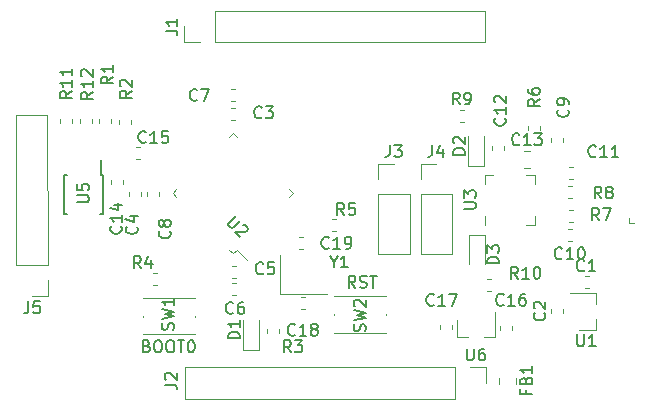
<source format=gbr>
%TF.GenerationSoftware,KiCad,Pcbnew,(5.1.6)-1*%
%TF.CreationDate,2021-01-10T13:33:15-07:00*%
%TF.ProjectId,AltoidsSmall,416c746f-6964-4735-936d-616c6c2e6b69,rev?*%
%TF.SameCoordinates,Original*%
%TF.FileFunction,Legend,Top*%
%TF.FilePolarity,Positive*%
%FSLAX46Y46*%
G04 Gerber Fmt 4.6, Leading zero omitted, Abs format (unit mm)*
G04 Created by KiCad (PCBNEW (5.1.6)-1) date 2021-01-10 13:33:15*
%MOMM*%
%LPD*%
G01*
G04 APERTURE LIST*
%ADD10C,0.150000*%
%ADD11C,0.120000*%
G04 APERTURE END LIST*
D10*
X148740880Y-124658380D02*
X148407547Y-124182190D01*
X148169452Y-124658380D02*
X148169452Y-123658380D01*
X148550404Y-123658380D01*
X148645642Y-123706000D01*
X148693261Y-123753619D01*
X148740880Y-123848857D01*
X148740880Y-123991714D01*
X148693261Y-124086952D01*
X148645642Y-124134571D01*
X148550404Y-124182190D01*
X148169452Y-124182190D01*
X149121833Y-124610761D02*
X149264690Y-124658380D01*
X149502785Y-124658380D01*
X149598023Y-124610761D01*
X149645642Y-124563142D01*
X149693261Y-124467904D01*
X149693261Y-124372666D01*
X149645642Y-124277428D01*
X149598023Y-124229809D01*
X149502785Y-124182190D01*
X149312309Y-124134571D01*
X149217071Y-124086952D01*
X149169452Y-124039333D01*
X149121833Y-123944095D01*
X149121833Y-123848857D01*
X149169452Y-123753619D01*
X149217071Y-123706000D01*
X149312309Y-123658380D01*
X149550404Y-123658380D01*
X149693261Y-123706000D01*
X149978976Y-123658380D02*
X150550404Y-123658380D01*
X150264690Y-124658380D02*
X150264690Y-123658380D01*
X131072166Y-129595571D02*
X131215023Y-129643190D01*
X131262642Y-129690809D01*
X131310261Y-129786047D01*
X131310261Y-129928904D01*
X131262642Y-130024142D01*
X131215023Y-130071761D01*
X131119785Y-130119380D01*
X130738833Y-130119380D01*
X130738833Y-129119380D01*
X131072166Y-129119380D01*
X131167404Y-129167000D01*
X131215023Y-129214619D01*
X131262642Y-129309857D01*
X131262642Y-129405095D01*
X131215023Y-129500333D01*
X131167404Y-129547952D01*
X131072166Y-129595571D01*
X130738833Y-129595571D01*
X131929309Y-129119380D02*
X132119785Y-129119380D01*
X132215023Y-129167000D01*
X132310261Y-129262238D01*
X132357880Y-129452714D01*
X132357880Y-129786047D01*
X132310261Y-129976523D01*
X132215023Y-130071761D01*
X132119785Y-130119380D01*
X131929309Y-130119380D01*
X131834071Y-130071761D01*
X131738833Y-129976523D01*
X131691214Y-129786047D01*
X131691214Y-129452714D01*
X131738833Y-129262238D01*
X131834071Y-129167000D01*
X131929309Y-129119380D01*
X132976928Y-129119380D02*
X133167404Y-129119380D01*
X133262642Y-129167000D01*
X133357880Y-129262238D01*
X133405500Y-129452714D01*
X133405500Y-129786047D01*
X133357880Y-129976523D01*
X133262642Y-130071761D01*
X133167404Y-130119380D01*
X132976928Y-130119380D01*
X132881690Y-130071761D01*
X132786452Y-129976523D01*
X132738833Y-129786047D01*
X132738833Y-129452714D01*
X132786452Y-129262238D01*
X132881690Y-129167000D01*
X132976928Y-129119380D01*
X133691214Y-129119380D02*
X134262642Y-129119380D01*
X133976928Y-130119380D02*
X133976928Y-129119380D01*
X134786452Y-129119380D02*
X134881690Y-129119380D01*
X134976928Y-129167000D01*
X135024547Y-129214619D01*
X135072166Y-129309857D01*
X135119785Y-129500333D01*
X135119785Y-129738428D01*
X135072166Y-129928904D01*
X135024547Y-130024142D01*
X134976928Y-130071761D01*
X134881690Y-130119380D01*
X134786452Y-130119380D01*
X134691214Y-130071761D01*
X134643595Y-130024142D01*
X134595976Y-129928904D01*
X134548357Y-129738428D01*
X134548357Y-129500333D01*
X134595976Y-129309857D01*
X134643595Y-129214619D01*
X134691214Y-129167000D01*
X134786452Y-129119380D01*
D11*
%TO.C,D3*%
X159752500Y-122656500D02*
X159752500Y-120171500D01*
X159752500Y-120171500D02*
X158382500Y-120171500D01*
X158382500Y-120171500D02*
X158382500Y-122656500D01*
%TO.C,D2*%
X158255500Y-111849000D02*
X158255500Y-114334000D01*
X158255500Y-114334000D02*
X159625500Y-114334000D01*
X159625500Y-114334000D02*
X159625500Y-111849000D01*
%TO.C,D1*%
X139205500Y-127406500D02*
X139205500Y-129891500D01*
X139205500Y-129891500D02*
X140575500Y-129891500D01*
X140575500Y-129891500D02*
X140575500Y-127406500D01*
%TO.C,C19*%
X144316267Y-121350500D02*
X143973733Y-121350500D01*
X144316267Y-120330500D02*
X143973733Y-120330500D01*
%TO.C,Y1*%
X142335500Y-121857500D02*
X142335500Y-125157500D01*
X142335500Y-125157500D02*
X146335500Y-125157500D01*
%TO.C,U6*%
X157360500Y-128839500D02*
X158290500Y-128839500D01*
X160520500Y-128839500D02*
X159590500Y-128839500D01*
X160520500Y-128839500D02*
X160520500Y-126679500D01*
X157360500Y-128839500D02*
X157360500Y-127379500D01*
%TO.C,FB1*%
X162317500Y-132265922D02*
X162317500Y-132783078D01*
X160897500Y-132265922D02*
X160897500Y-132783078D01*
%TO.C,C18*%
X144100733Y-125410500D02*
X144443267Y-125410500D01*
X144100733Y-126430500D02*
X144443267Y-126430500D01*
%TO.C,C17*%
X156910500Y-127844733D02*
X156910500Y-128187267D01*
X155890500Y-127844733D02*
X155890500Y-128187267D01*
%TO.C,C16*%
X160970500Y-128250767D02*
X160970500Y-127908233D01*
X161990500Y-128250767D02*
X161990500Y-127908233D01*
%TO.C,C13*%
X162999922Y-113082000D02*
X163517078Y-113082000D01*
X162999922Y-114502000D02*
X163517078Y-114502000D01*
%TO.C,SW2*%
X151361500Y-126886500D02*
X151361500Y-126986500D01*
X146961500Y-128486500D02*
X151361500Y-128486500D01*
X151361500Y-125386500D02*
X146961500Y-125386500D01*
X146961500Y-126886500D02*
X146961500Y-126986500D01*
%TO.C,SW1*%
X135169000Y-127013500D02*
X135169000Y-127113500D01*
X130769000Y-128613500D02*
X135169000Y-128613500D01*
X135169000Y-125513500D02*
X130769000Y-125513500D01*
X130769000Y-127013500D02*
X130769000Y-127113500D01*
%TO.C,C12*%
X161292000Y-113010767D02*
X161292000Y-112668233D01*
X160272000Y-113010767D02*
X160272000Y-112668233D01*
%TO.C,U4*%
X171889600Y-119220000D02*
X172339600Y-119220000D01*
X171889600Y-119220000D02*
X171889600Y-118770000D01*
D10*
%TO.C,U5*%
X127180000Y-115101500D02*
X127180000Y-113876500D01*
X124055000Y-115101500D02*
X124055000Y-118451500D01*
X127405000Y-115101500D02*
X127405000Y-118451500D01*
X124055000Y-115101500D02*
X124355000Y-115101500D01*
X124055000Y-118451500D02*
X124355000Y-118451500D01*
X127405000Y-118451500D02*
X127105000Y-118451500D01*
X127405000Y-115101500D02*
X127180000Y-115101500D01*
D11*
%TO.C,U3*%
X159688000Y-118606000D02*
X159688000Y-119331000D01*
X163908000Y-115111000D02*
X163183000Y-115111000D01*
X163908000Y-115836000D02*
X163908000Y-115111000D01*
X163908000Y-119331000D02*
X163183000Y-119331000D01*
X163908000Y-118606000D02*
X163908000Y-119331000D01*
X159688000Y-115111000D02*
X160413000Y-115111000D01*
X159688000Y-115836000D02*
X159688000Y-115111000D01*
%TO.C,R12*%
X126430500Y-110724767D02*
X126430500Y-110382233D01*
X125410500Y-110724767D02*
X125410500Y-110382233D01*
%TO.C,R11*%
X123696000Y-110382233D02*
X123696000Y-110724767D01*
X124716000Y-110382233D02*
X124716000Y-110724767D01*
%TO.C,R10*%
X160191267Y-123886500D02*
X159848733Y-123886500D01*
X160191267Y-124906500D02*
X159848733Y-124906500D01*
%TO.C,R9*%
X157562733Y-110619000D02*
X157905267Y-110619000D01*
X157562733Y-109599000D02*
X157905267Y-109599000D01*
%TO.C,R8*%
X166770233Y-117096000D02*
X167112767Y-117096000D01*
X166770233Y-116076000D02*
X167112767Y-116076000D01*
%TO.C,R7*%
X166833733Y-119064500D02*
X167176267Y-119064500D01*
X166833733Y-118044500D02*
X167176267Y-118044500D01*
%TO.C,R6*%
X164340000Y-111296267D02*
X164340000Y-110953733D01*
X163320000Y-111296267D02*
X163320000Y-110953733D01*
%TO.C,J5*%
X120022000Y-122742000D02*
X120027700Y-110045500D01*
X122682000Y-125342000D02*
X121352000Y-125342000D01*
X122682000Y-122742000D02*
X122669300Y-110045500D01*
X122682000Y-124012000D02*
X122682000Y-125342000D01*
X122682000Y-122742000D02*
X120022000Y-122742000D01*
X122669300Y-110045500D02*
X120027700Y-110045500D01*
%TO.C,C15*%
X130194233Y-113794000D02*
X130536767Y-113794000D01*
X130194233Y-112774000D02*
X130536767Y-112774000D01*
%TO.C,C14*%
X128014000Y-115525733D02*
X128014000Y-115868267D01*
X129034000Y-115525733D02*
X129034000Y-115868267D01*
%TO.C,C11*%
X167176267Y-114425000D02*
X166833733Y-114425000D01*
X167176267Y-115445000D02*
X166833733Y-115445000D01*
%TO.C,C10*%
X167112767Y-119695500D02*
X166770233Y-119695500D01*
X167112767Y-120715500D02*
X166770233Y-120715500D01*
%TO.C,C9*%
X166308500Y-112312267D02*
X166308500Y-111969733D01*
X165288500Y-112312267D02*
X165288500Y-111969733D01*
%TO.C,J4*%
X156926900Y-116760001D02*
X156926900Y-121836501D01*
X154266900Y-114160001D02*
X155596900Y-114160001D01*
X154266900Y-116760001D02*
X154266900Y-121836501D01*
X154266900Y-115490001D02*
X154266900Y-114160001D01*
X154266900Y-116760001D02*
X156926900Y-116760001D01*
X154266900Y-121836501D02*
X156926900Y-121836501D01*
%TO.C,J3*%
X153347001Y-116760001D02*
X153347001Y-121836501D01*
X150687001Y-114160001D02*
X152017001Y-114160001D01*
X150687001Y-116760001D02*
X150687001Y-121836501D01*
X150687001Y-115490001D02*
X150687001Y-114160001D01*
X150687001Y-116760001D02*
X153347001Y-116760001D01*
X150687001Y-121836501D02*
X153347001Y-121836501D01*
%TO.C,C8*%
X132145500Y-116527733D02*
X132145500Y-116870267D01*
X131125500Y-116527733D02*
X131125500Y-116870267D01*
%TO.C,C6*%
X138664767Y-125287500D02*
X138322233Y-125287500D01*
X138664767Y-124267500D02*
X138322233Y-124267500D01*
%TO.C,J2*%
X157159000Y-134041500D02*
X134302500Y-134041500D01*
X159759000Y-131381500D02*
X159759000Y-132711500D01*
X157159000Y-131381500D02*
X134302500Y-131381500D01*
X158429000Y-131381500D02*
X159759000Y-131381500D01*
X157159000Y-131381500D02*
X157159000Y-134041500D01*
X134302500Y-131381500D02*
X134302500Y-134041500D01*
%TO.C,J1*%
X136842500Y-101200600D02*
X159699000Y-101200600D01*
X134242500Y-103860600D02*
X134242500Y-102530600D01*
X136842500Y-103860600D02*
X159699000Y-103860600D01*
X135572500Y-103860600D02*
X134242500Y-103860600D01*
X136842500Y-103860600D02*
X136842500Y-101200600D01*
X159699000Y-103860600D02*
X159699000Y-101200600D01*
%TO.C,U2*%
X138684698Y-121436613D02*
X139596866Y-122348781D01*
X138366500Y-121754811D02*
X138684698Y-121436613D01*
X138048302Y-121436613D02*
X138366500Y-121754811D01*
X133261189Y-116649500D02*
X133579387Y-116331302D01*
X133579387Y-116967698D02*
X133261189Y-116649500D01*
X143471811Y-116649500D02*
X143153613Y-116967698D01*
X143153613Y-116331302D02*
X143471811Y-116649500D01*
X138366500Y-111544189D02*
X138048302Y-111862387D01*
X138684698Y-111862387D02*
X138366500Y-111544189D01*
%TO.C,U1*%
X169098500Y-128262500D02*
X167638500Y-128262500D01*
X169098500Y-125102500D02*
X166938500Y-125102500D01*
X169098500Y-125102500D02*
X169098500Y-126032500D01*
X169098500Y-128262500D02*
X169098500Y-127332500D01*
%TO.C,R5*%
X147110267Y-118870000D02*
X146767733Y-118870000D01*
X147110267Y-119890000D02*
X146767733Y-119890000D01*
%TO.C,R4*%
X131933767Y-123442000D02*
X131591233Y-123442000D01*
X131933767Y-124462000D02*
X131591233Y-124462000D01*
%TO.C,R3*%
X142242000Y-128504767D02*
X142242000Y-128162233D01*
X141222000Y-128504767D02*
X141222000Y-128162233D01*
%TO.C,R2*%
X128712500Y-110445733D02*
X128712500Y-110788267D01*
X129732500Y-110445733D02*
X129732500Y-110788267D01*
%TO.C,R1*%
X127061500Y-110382233D02*
X127061500Y-110724767D01*
X128081500Y-110382233D02*
X128081500Y-110724767D01*
%TO.C,C7*%
X138537767Y-107821000D02*
X138195233Y-107821000D01*
X138537767Y-108841000D02*
X138195233Y-108841000D01*
%TO.C,C5*%
X138664767Y-122807000D02*
X138322233Y-122807000D01*
X138664767Y-123827000D02*
X138322233Y-123827000D01*
%TO.C,C4*%
X129601500Y-116527733D02*
X129601500Y-116870267D01*
X130621500Y-116527733D02*
X130621500Y-116870267D01*
%TO.C,C3*%
X138537767Y-109472000D02*
X138195233Y-109472000D01*
X138537767Y-110492000D02*
X138195233Y-110492000D01*
%TO.C,C2*%
X166308500Y-126790267D02*
X166308500Y-126447733D01*
X165288500Y-126790267D02*
X165288500Y-126447733D01*
%TO.C,C1*%
X168509767Y-123632500D02*
X168167233Y-123632500D01*
X168509767Y-124652500D02*
X168167233Y-124652500D01*
%TO.C,D3*%
D10*
X160899880Y-122594595D02*
X159899880Y-122594595D01*
X159899880Y-122356500D01*
X159947500Y-122213642D01*
X160042738Y-122118404D01*
X160137976Y-122070785D01*
X160328452Y-122023166D01*
X160471309Y-122023166D01*
X160661785Y-122070785D01*
X160757023Y-122118404D01*
X160852261Y-122213642D01*
X160899880Y-122356500D01*
X160899880Y-122594595D01*
X159899880Y-121689833D02*
X159899880Y-121070785D01*
X160280833Y-121404119D01*
X160280833Y-121261261D01*
X160328452Y-121166023D01*
X160376071Y-121118404D01*
X160471309Y-121070785D01*
X160709404Y-121070785D01*
X160804642Y-121118404D01*
X160852261Y-121166023D01*
X160899880Y-121261261D01*
X160899880Y-121546976D01*
X160852261Y-121642214D01*
X160804642Y-121689833D01*
%TO.C,D2*%
X158012880Y-113387095D02*
X157012880Y-113387095D01*
X157012880Y-113149000D01*
X157060500Y-113006142D01*
X157155738Y-112910904D01*
X157250976Y-112863285D01*
X157441452Y-112815666D01*
X157584309Y-112815666D01*
X157774785Y-112863285D01*
X157870023Y-112910904D01*
X157965261Y-113006142D01*
X158012880Y-113149000D01*
X158012880Y-113387095D01*
X157108119Y-112434714D02*
X157060500Y-112387095D01*
X157012880Y-112291857D01*
X157012880Y-112053761D01*
X157060500Y-111958523D01*
X157108119Y-111910904D01*
X157203357Y-111863285D01*
X157298595Y-111863285D01*
X157441452Y-111910904D01*
X158012880Y-112482333D01*
X158012880Y-111863285D01*
%TO.C,D1*%
X138962880Y-128944595D02*
X137962880Y-128944595D01*
X137962880Y-128706500D01*
X138010500Y-128563642D01*
X138105738Y-128468404D01*
X138200976Y-128420785D01*
X138391452Y-128373166D01*
X138534309Y-128373166D01*
X138724785Y-128420785D01*
X138820023Y-128468404D01*
X138915261Y-128563642D01*
X138962880Y-128706500D01*
X138962880Y-128944595D01*
X138962880Y-127420785D02*
X138962880Y-127992214D01*
X138962880Y-127706500D02*
X137962880Y-127706500D01*
X138105738Y-127801738D01*
X138200976Y-127896976D01*
X138248595Y-127992214D01*
%TO.C,C19*%
X146486642Y-121261142D02*
X146439023Y-121308761D01*
X146296166Y-121356380D01*
X146200928Y-121356380D01*
X146058071Y-121308761D01*
X145962833Y-121213523D01*
X145915214Y-121118285D01*
X145867595Y-120927809D01*
X145867595Y-120784952D01*
X145915214Y-120594476D01*
X145962833Y-120499238D01*
X146058071Y-120404000D01*
X146200928Y-120356380D01*
X146296166Y-120356380D01*
X146439023Y-120404000D01*
X146486642Y-120451619D01*
X147439023Y-121356380D02*
X146867595Y-121356380D01*
X147153309Y-121356380D02*
X147153309Y-120356380D01*
X147058071Y-120499238D01*
X146962833Y-120594476D01*
X146867595Y-120642095D01*
X147915214Y-121356380D02*
X148105690Y-121356380D01*
X148200928Y-121308761D01*
X148248547Y-121261142D01*
X148343785Y-121118285D01*
X148391404Y-120927809D01*
X148391404Y-120546857D01*
X148343785Y-120451619D01*
X148296166Y-120404000D01*
X148200928Y-120356380D01*
X148010452Y-120356380D01*
X147915214Y-120404000D01*
X147867595Y-120451619D01*
X147819976Y-120546857D01*
X147819976Y-120784952D01*
X147867595Y-120880190D01*
X147915214Y-120927809D01*
X148010452Y-120975428D01*
X148200928Y-120975428D01*
X148296166Y-120927809D01*
X148343785Y-120880190D01*
X148391404Y-120784952D01*
%TO.C,Y1*%
X146907309Y-122467690D02*
X146907309Y-122943880D01*
X146573976Y-121943880D02*
X146907309Y-122467690D01*
X147240642Y-121943880D01*
X148097785Y-122943880D02*
X147526357Y-122943880D01*
X147812071Y-122943880D02*
X147812071Y-121943880D01*
X147716833Y-122086738D01*
X147621595Y-122181976D01*
X147526357Y-122229595D01*
%TO.C,U6*%
X158178595Y-129817880D02*
X158178595Y-130627404D01*
X158226214Y-130722642D01*
X158273833Y-130770261D01*
X158369071Y-130817880D01*
X158559547Y-130817880D01*
X158654785Y-130770261D01*
X158702404Y-130722642D01*
X158750023Y-130627404D01*
X158750023Y-129817880D01*
X159654785Y-129817880D02*
X159464309Y-129817880D01*
X159369071Y-129865500D01*
X159321452Y-129913119D01*
X159226214Y-130055976D01*
X159178595Y-130246452D01*
X159178595Y-130627404D01*
X159226214Y-130722642D01*
X159273833Y-130770261D01*
X159369071Y-130817880D01*
X159559547Y-130817880D01*
X159654785Y-130770261D01*
X159702404Y-130722642D01*
X159750023Y-130627404D01*
X159750023Y-130389309D01*
X159702404Y-130294071D01*
X159654785Y-130246452D01*
X159559547Y-130198833D01*
X159369071Y-130198833D01*
X159273833Y-130246452D01*
X159226214Y-130294071D01*
X159178595Y-130389309D01*
%TO.C,FB1*%
X163186071Y-133357833D02*
X163186071Y-133691166D01*
X163709880Y-133691166D02*
X162709880Y-133691166D01*
X162709880Y-133214976D01*
X163186071Y-132500690D02*
X163233690Y-132357833D01*
X163281309Y-132310214D01*
X163376547Y-132262595D01*
X163519404Y-132262595D01*
X163614642Y-132310214D01*
X163662261Y-132357833D01*
X163709880Y-132453071D01*
X163709880Y-132834023D01*
X162709880Y-132834023D01*
X162709880Y-132500690D01*
X162757500Y-132405452D01*
X162805119Y-132357833D01*
X162900357Y-132310214D01*
X162995595Y-132310214D01*
X163090833Y-132357833D01*
X163138452Y-132405452D01*
X163186071Y-132500690D01*
X163186071Y-132834023D01*
X163709880Y-131310214D02*
X163709880Y-131881642D01*
X163709880Y-131595928D02*
X162709880Y-131595928D01*
X162852738Y-131691166D01*
X162947976Y-131786404D01*
X162995595Y-131881642D01*
%TO.C,C18*%
X143629142Y-128627142D02*
X143581523Y-128674761D01*
X143438666Y-128722380D01*
X143343428Y-128722380D01*
X143200571Y-128674761D01*
X143105333Y-128579523D01*
X143057714Y-128484285D01*
X143010095Y-128293809D01*
X143010095Y-128150952D01*
X143057714Y-127960476D01*
X143105333Y-127865238D01*
X143200571Y-127770000D01*
X143343428Y-127722380D01*
X143438666Y-127722380D01*
X143581523Y-127770000D01*
X143629142Y-127817619D01*
X144581523Y-128722380D02*
X144010095Y-128722380D01*
X144295809Y-128722380D02*
X144295809Y-127722380D01*
X144200571Y-127865238D01*
X144105333Y-127960476D01*
X144010095Y-128008095D01*
X145152952Y-128150952D02*
X145057714Y-128103333D01*
X145010095Y-128055714D01*
X144962476Y-127960476D01*
X144962476Y-127912857D01*
X145010095Y-127817619D01*
X145057714Y-127770000D01*
X145152952Y-127722380D01*
X145343428Y-127722380D01*
X145438666Y-127770000D01*
X145486285Y-127817619D01*
X145533904Y-127912857D01*
X145533904Y-127960476D01*
X145486285Y-128055714D01*
X145438666Y-128103333D01*
X145343428Y-128150952D01*
X145152952Y-128150952D01*
X145057714Y-128198571D01*
X145010095Y-128246190D01*
X144962476Y-128341428D01*
X144962476Y-128531904D01*
X145010095Y-128627142D01*
X145057714Y-128674761D01*
X145152952Y-128722380D01*
X145343428Y-128722380D01*
X145438666Y-128674761D01*
X145486285Y-128627142D01*
X145533904Y-128531904D01*
X145533904Y-128341428D01*
X145486285Y-128246190D01*
X145438666Y-128198571D01*
X145343428Y-128150952D01*
%TO.C,C17*%
X155376642Y-126087142D02*
X155329023Y-126134761D01*
X155186166Y-126182380D01*
X155090928Y-126182380D01*
X154948071Y-126134761D01*
X154852833Y-126039523D01*
X154805214Y-125944285D01*
X154757595Y-125753809D01*
X154757595Y-125610952D01*
X154805214Y-125420476D01*
X154852833Y-125325238D01*
X154948071Y-125230000D01*
X155090928Y-125182380D01*
X155186166Y-125182380D01*
X155329023Y-125230000D01*
X155376642Y-125277619D01*
X156329023Y-126182380D02*
X155757595Y-126182380D01*
X156043309Y-126182380D02*
X156043309Y-125182380D01*
X155948071Y-125325238D01*
X155852833Y-125420476D01*
X155757595Y-125468095D01*
X156662357Y-125182380D02*
X157329023Y-125182380D01*
X156900452Y-126182380D01*
%TO.C,C16*%
X161282142Y-126087142D02*
X161234523Y-126134761D01*
X161091666Y-126182380D01*
X160996428Y-126182380D01*
X160853571Y-126134761D01*
X160758333Y-126039523D01*
X160710714Y-125944285D01*
X160663095Y-125753809D01*
X160663095Y-125610952D01*
X160710714Y-125420476D01*
X160758333Y-125325238D01*
X160853571Y-125230000D01*
X160996428Y-125182380D01*
X161091666Y-125182380D01*
X161234523Y-125230000D01*
X161282142Y-125277619D01*
X162234523Y-126182380D02*
X161663095Y-126182380D01*
X161948809Y-126182380D02*
X161948809Y-125182380D01*
X161853571Y-125325238D01*
X161758333Y-125420476D01*
X161663095Y-125468095D01*
X163091666Y-125182380D02*
X162901190Y-125182380D01*
X162805952Y-125230000D01*
X162758333Y-125277619D01*
X162663095Y-125420476D01*
X162615476Y-125610952D01*
X162615476Y-125991904D01*
X162663095Y-126087142D01*
X162710714Y-126134761D01*
X162805952Y-126182380D01*
X162996428Y-126182380D01*
X163091666Y-126134761D01*
X163139285Y-126087142D01*
X163186904Y-125991904D01*
X163186904Y-125753809D01*
X163139285Y-125658571D01*
X163091666Y-125610952D01*
X162996428Y-125563333D01*
X162805952Y-125563333D01*
X162710714Y-125610952D01*
X162663095Y-125658571D01*
X162615476Y-125753809D01*
%TO.C,C13*%
X162615642Y-112499142D02*
X162568023Y-112546761D01*
X162425166Y-112594380D01*
X162329928Y-112594380D01*
X162187071Y-112546761D01*
X162091833Y-112451523D01*
X162044214Y-112356285D01*
X161996595Y-112165809D01*
X161996595Y-112022952D01*
X162044214Y-111832476D01*
X162091833Y-111737238D01*
X162187071Y-111642000D01*
X162329928Y-111594380D01*
X162425166Y-111594380D01*
X162568023Y-111642000D01*
X162615642Y-111689619D01*
X163568023Y-112594380D02*
X162996595Y-112594380D01*
X163282309Y-112594380D02*
X163282309Y-111594380D01*
X163187071Y-111737238D01*
X163091833Y-111832476D01*
X162996595Y-111880095D01*
X163901357Y-111594380D02*
X164520404Y-111594380D01*
X164187071Y-111975333D01*
X164329928Y-111975333D01*
X164425166Y-112022952D01*
X164472785Y-112070571D01*
X164520404Y-112165809D01*
X164520404Y-112403904D01*
X164472785Y-112499142D01*
X164425166Y-112546761D01*
X164329928Y-112594380D01*
X164044214Y-112594380D01*
X163948976Y-112546761D01*
X163901357Y-112499142D01*
%TO.C,SW2*%
X149566261Y-128333333D02*
X149613880Y-128190476D01*
X149613880Y-127952380D01*
X149566261Y-127857142D01*
X149518642Y-127809523D01*
X149423404Y-127761904D01*
X149328166Y-127761904D01*
X149232928Y-127809523D01*
X149185309Y-127857142D01*
X149137690Y-127952380D01*
X149090071Y-128142857D01*
X149042452Y-128238095D01*
X148994833Y-128285714D01*
X148899595Y-128333333D01*
X148804357Y-128333333D01*
X148709119Y-128285714D01*
X148661500Y-128238095D01*
X148613880Y-128142857D01*
X148613880Y-127904761D01*
X148661500Y-127761904D01*
X148613880Y-127428571D02*
X149613880Y-127190476D01*
X148899595Y-127000000D01*
X149613880Y-126809523D01*
X148613880Y-126571428D01*
X148709119Y-126238095D02*
X148661500Y-126190476D01*
X148613880Y-126095238D01*
X148613880Y-125857142D01*
X148661500Y-125761904D01*
X148709119Y-125714285D01*
X148804357Y-125666666D01*
X148899595Y-125666666D01*
X149042452Y-125714285D01*
X149613880Y-126285714D01*
X149613880Y-125666666D01*
%TO.C,SW1*%
X133310261Y-128206333D02*
X133357880Y-128063476D01*
X133357880Y-127825380D01*
X133310261Y-127730142D01*
X133262642Y-127682523D01*
X133167404Y-127634904D01*
X133072166Y-127634904D01*
X132976928Y-127682523D01*
X132929309Y-127730142D01*
X132881690Y-127825380D01*
X132834071Y-128015857D01*
X132786452Y-128111095D01*
X132738833Y-128158714D01*
X132643595Y-128206333D01*
X132548357Y-128206333D01*
X132453119Y-128158714D01*
X132405500Y-128111095D01*
X132357880Y-128015857D01*
X132357880Y-127777761D01*
X132405500Y-127634904D01*
X132357880Y-127301571D02*
X133357880Y-127063476D01*
X132643595Y-126873000D01*
X133357880Y-126682523D01*
X132357880Y-126444428D01*
X133357880Y-125539666D02*
X133357880Y-126111095D01*
X133357880Y-125825380D02*
X132357880Y-125825380D01*
X132500738Y-125920619D01*
X132595976Y-126015857D01*
X132643595Y-126111095D01*
%TO.C,C12*%
X161393142Y-110307357D02*
X161440761Y-110354976D01*
X161488380Y-110497833D01*
X161488380Y-110593071D01*
X161440761Y-110735928D01*
X161345523Y-110831166D01*
X161250285Y-110878785D01*
X161059809Y-110926404D01*
X160916952Y-110926404D01*
X160726476Y-110878785D01*
X160631238Y-110831166D01*
X160536000Y-110735928D01*
X160488380Y-110593071D01*
X160488380Y-110497833D01*
X160536000Y-110354976D01*
X160583619Y-110307357D01*
X161488380Y-109354976D02*
X161488380Y-109926404D01*
X161488380Y-109640690D02*
X160488380Y-109640690D01*
X160631238Y-109735928D01*
X160726476Y-109831166D01*
X160774095Y-109926404D01*
X160583619Y-108974023D02*
X160536000Y-108926404D01*
X160488380Y-108831166D01*
X160488380Y-108593071D01*
X160536000Y-108497833D01*
X160583619Y-108450214D01*
X160678857Y-108402595D01*
X160774095Y-108402595D01*
X160916952Y-108450214D01*
X161488380Y-109021642D01*
X161488380Y-108402595D01*
%TO.C,U5*%
X125182380Y-117411404D02*
X125991904Y-117411404D01*
X126087142Y-117363785D01*
X126134761Y-117316166D01*
X126182380Y-117220928D01*
X126182380Y-117030452D01*
X126134761Y-116935214D01*
X126087142Y-116887595D01*
X125991904Y-116839976D01*
X125182380Y-116839976D01*
X125182380Y-115887595D02*
X125182380Y-116363785D01*
X125658571Y-116411404D01*
X125610952Y-116363785D01*
X125563333Y-116268547D01*
X125563333Y-116030452D01*
X125610952Y-115935214D01*
X125658571Y-115887595D01*
X125753809Y-115839976D01*
X125991904Y-115839976D01*
X126087142Y-115887595D01*
X126134761Y-115935214D01*
X126182380Y-116030452D01*
X126182380Y-116268547D01*
X126134761Y-116363785D01*
X126087142Y-116411404D01*
%TO.C,U3*%
X157930380Y-117982904D02*
X158739904Y-117982904D01*
X158835142Y-117935285D01*
X158882761Y-117887666D01*
X158930380Y-117792428D01*
X158930380Y-117601952D01*
X158882761Y-117506714D01*
X158835142Y-117459095D01*
X158739904Y-117411476D01*
X157930380Y-117411476D01*
X157930380Y-117030523D02*
X157930380Y-116411476D01*
X158311333Y-116744809D01*
X158311333Y-116601952D01*
X158358952Y-116506714D01*
X158406571Y-116459095D01*
X158501809Y-116411476D01*
X158739904Y-116411476D01*
X158835142Y-116459095D01*
X158882761Y-116506714D01*
X158930380Y-116601952D01*
X158930380Y-116887666D01*
X158882761Y-116982904D01*
X158835142Y-117030523D01*
%TO.C,R12*%
X126499880Y-108084857D02*
X126023690Y-108418190D01*
X126499880Y-108656285D02*
X125499880Y-108656285D01*
X125499880Y-108275333D01*
X125547500Y-108180095D01*
X125595119Y-108132476D01*
X125690357Y-108084857D01*
X125833214Y-108084857D01*
X125928452Y-108132476D01*
X125976071Y-108180095D01*
X126023690Y-108275333D01*
X126023690Y-108656285D01*
X126499880Y-107132476D02*
X126499880Y-107703904D01*
X126499880Y-107418190D02*
X125499880Y-107418190D01*
X125642738Y-107513428D01*
X125737976Y-107608666D01*
X125785595Y-107703904D01*
X125595119Y-106751523D02*
X125547500Y-106703904D01*
X125499880Y-106608666D01*
X125499880Y-106370571D01*
X125547500Y-106275333D01*
X125595119Y-106227714D01*
X125690357Y-106180095D01*
X125785595Y-106180095D01*
X125928452Y-106227714D01*
X126499880Y-106799142D01*
X126499880Y-106180095D01*
%TO.C,R11*%
X124721880Y-108021357D02*
X124245690Y-108354690D01*
X124721880Y-108592785D02*
X123721880Y-108592785D01*
X123721880Y-108211833D01*
X123769500Y-108116595D01*
X123817119Y-108068976D01*
X123912357Y-108021357D01*
X124055214Y-108021357D01*
X124150452Y-108068976D01*
X124198071Y-108116595D01*
X124245690Y-108211833D01*
X124245690Y-108592785D01*
X124721880Y-107068976D02*
X124721880Y-107640404D01*
X124721880Y-107354690D02*
X123721880Y-107354690D01*
X123864738Y-107449928D01*
X123959976Y-107545166D01*
X124007595Y-107640404D01*
X124721880Y-106116595D02*
X124721880Y-106688023D01*
X124721880Y-106402309D02*
X123721880Y-106402309D01*
X123864738Y-106497547D01*
X123959976Y-106592785D01*
X124007595Y-106688023D01*
%TO.C,R10*%
X162488642Y-123896380D02*
X162155309Y-123420190D01*
X161917214Y-123896380D02*
X161917214Y-122896380D01*
X162298166Y-122896380D01*
X162393404Y-122944000D01*
X162441023Y-122991619D01*
X162488642Y-123086857D01*
X162488642Y-123229714D01*
X162441023Y-123324952D01*
X162393404Y-123372571D01*
X162298166Y-123420190D01*
X161917214Y-123420190D01*
X163441023Y-123896380D02*
X162869595Y-123896380D01*
X163155309Y-123896380D02*
X163155309Y-122896380D01*
X163060071Y-123039238D01*
X162964833Y-123134476D01*
X162869595Y-123182095D01*
X164060071Y-122896380D02*
X164155309Y-122896380D01*
X164250547Y-122944000D01*
X164298166Y-122991619D01*
X164345785Y-123086857D01*
X164393404Y-123277333D01*
X164393404Y-123515428D01*
X164345785Y-123705904D01*
X164298166Y-123801142D01*
X164250547Y-123848761D01*
X164155309Y-123896380D01*
X164060071Y-123896380D01*
X163964833Y-123848761D01*
X163917214Y-123801142D01*
X163869595Y-123705904D01*
X163821976Y-123515428D01*
X163821976Y-123277333D01*
X163869595Y-123086857D01*
X163917214Y-122991619D01*
X163964833Y-122944000D01*
X164060071Y-122896380D01*
%TO.C,R9*%
X157567333Y-109131380D02*
X157234000Y-108655190D01*
X156995904Y-109131380D02*
X156995904Y-108131380D01*
X157376857Y-108131380D01*
X157472095Y-108179000D01*
X157519714Y-108226619D01*
X157567333Y-108321857D01*
X157567333Y-108464714D01*
X157519714Y-108559952D01*
X157472095Y-108607571D01*
X157376857Y-108655190D01*
X156995904Y-108655190D01*
X158043523Y-109131380D02*
X158234000Y-109131380D01*
X158329238Y-109083761D01*
X158376857Y-109036142D01*
X158472095Y-108893285D01*
X158519714Y-108702809D01*
X158519714Y-108321857D01*
X158472095Y-108226619D01*
X158424476Y-108179000D01*
X158329238Y-108131380D01*
X158138761Y-108131380D01*
X158043523Y-108179000D01*
X157995904Y-108226619D01*
X157948285Y-108321857D01*
X157948285Y-108559952D01*
X157995904Y-108655190D01*
X158043523Y-108702809D01*
X158138761Y-108750428D01*
X158329238Y-108750428D01*
X158424476Y-108702809D01*
X158472095Y-108655190D01*
X158519714Y-108559952D01*
%TO.C,R8*%
X169568833Y-117101880D02*
X169235500Y-116625690D01*
X168997404Y-117101880D02*
X168997404Y-116101880D01*
X169378357Y-116101880D01*
X169473595Y-116149500D01*
X169521214Y-116197119D01*
X169568833Y-116292357D01*
X169568833Y-116435214D01*
X169521214Y-116530452D01*
X169473595Y-116578071D01*
X169378357Y-116625690D01*
X168997404Y-116625690D01*
X170140261Y-116530452D02*
X170045023Y-116482833D01*
X169997404Y-116435214D01*
X169949785Y-116339976D01*
X169949785Y-116292357D01*
X169997404Y-116197119D01*
X170045023Y-116149500D01*
X170140261Y-116101880D01*
X170330738Y-116101880D01*
X170425976Y-116149500D01*
X170473595Y-116197119D01*
X170521214Y-116292357D01*
X170521214Y-116339976D01*
X170473595Y-116435214D01*
X170425976Y-116482833D01*
X170330738Y-116530452D01*
X170140261Y-116530452D01*
X170045023Y-116578071D01*
X169997404Y-116625690D01*
X169949785Y-116720928D01*
X169949785Y-116911404D01*
X169997404Y-117006642D01*
X170045023Y-117054261D01*
X170140261Y-117101880D01*
X170330738Y-117101880D01*
X170425976Y-117054261D01*
X170473595Y-117006642D01*
X170521214Y-116911404D01*
X170521214Y-116720928D01*
X170473595Y-116625690D01*
X170425976Y-116578071D01*
X170330738Y-116530452D01*
%TO.C,R7*%
X169378333Y-118943380D02*
X169045000Y-118467190D01*
X168806904Y-118943380D02*
X168806904Y-117943380D01*
X169187857Y-117943380D01*
X169283095Y-117991000D01*
X169330714Y-118038619D01*
X169378333Y-118133857D01*
X169378333Y-118276714D01*
X169330714Y-118371952D01*
X169283095Y-118419571D01*
X169187857Y-118467190D01*
X168806904Y-118467190D01*
X169711666Y-117943380D02*
X170378333Y-117943380D01*
X169949761Y-118943380D01*
%TO.C,R6*%
X164345880Y-108688166D02*
X163869690Y-109021500D01*
X164345880Y-109259595D02*
X163345880Y-109259595D01*
X163345880Y-108878642D01*
X163393500Y-108783404D01*
X163441119Y-108735785D01*
X163536357Y-108688166D01*
X163679214Y-108688166D01*
X163774452Y-108735785D01*
X163822071Y-108783404D01*
X163869690Y-108878642D01*
X163869690Y-109259595D01*
X163345880Y-107831023D02*
X163345880Y-108021500D01*
X163393500Y-108116738D01*
X163441119Y-108164357D01*
X163583976Y-108259595D01*
X163774452Y-108307214D01*
X164155404Y-108307214D01*
X164250642Y-108259595D01*
X164298261Y-108211976D01*
X164345880Y-108116738D01*
X164345880Y-107926261D01*
X164298261Y-107831023D01*
X164250642Y-107783404D01*
X164155404Y-107735785D01*
X163917309Y-107735785D01*
X163822071Y-107783404D01*
X163774452Y-107831023D01*
X163726833Y-107926261D01*
X163726833Y-108116738D01*
X163774452Y-108211976D01*
X163822071Y-108259595D01*
X163917309Y-108307214D01*
%TO.C,J5*%
X121045666Y-125817380D02*
X121045666Y-126531666D01*
X120998047Y-126674523D01*
X120902809Y-126769761D01*
X120759952Y-126817380D01*
X120664714Y-126817380D01*
X121998047Y-125817380D02*
X121521857Y-125817380D01*
X121474238Y-126293571D01*
X121521857Y-126245952D01*
X121617095Y-126198333D01*
X121855190Y-126198333D01*
X121950428Y-126245952D01*
X121998047Y-126293571D01*
X122045666Y-126388809D01*
X122045666Y-126626904D01*
X121998047Y-126722142D01*
X121950428Y-126769761D01*
X121855190Y-126817380D01*
X121617095Y-126817380D01*
X121521857Y-126769761D01*
X121474238Y-126722142D01*
%TO.C,C15*%
X130992642Y-112307642D02*
X130945023Y-112355261D01*
X130802166Y-112402880D01*
X130706928Y-112402880D01*
X130564071Y-112355261D01*
X130468833Y-112260023D01*
X130421214Y-112164785D01*
X130373595Y-111974309D01*
X130373595Y-111831452D01*
X130421214Y-111640976D01*
X130468833Y-111545738D01*
X130564071Y-111450500D01*
X130706928Y-111402880D01*
X130802166Y-111402880D01*
X130945023Y-111450500D01*
X130992642Y-111498119D01*
X131945023Y-112402880D02*
X131373595Y-112402880D01*
X131659309Y-112402880D02*
X131659309Y-111402880D01*
X131564071Y-111545738D01*
X131468833Y-111640976D01*
X131373595Y-111688595D01*
X132849785Y-111402880D02*
X132373595Y-111402880D01*
X132325976Y-111879071D01*
X132373595Y-111831452D01*
X132468833Y-111783833D01*
X132706928Y-111783833D01*
X132802166Y-111831452D01*
X132849785Y-111879071D01*
X132897404Y-111974309D01*
X132897404Y-112212404D01*
X132849785Y-112307642D01*
X132802166Y-112355261D01*
X132706928Y-112402880D01*
X132468833Y-112402880D01*
X132373595Y-112355261D01*
X132325976Y-112307642D01*
%TO.C,C14*%
X128881142Y-119451357D02*
X128928761Y-119498976D01*
X128976380Y-119641833D01*
X128976380Y-119737071D01*
X128928761Y-119879928D01*
X128833523Y-119975166D01*
X128738285Y-120022785D01*
X128547809Y-120070404D01*
X128404952Y-120070404D01*
X128214476Y-120022785D01*
X128119238Y-119975166D01*
X128024000Y-119879928D01*
X127976380Y-119737071D01*
X127976380Y-119641833D01*
X128024000Y-119498976D01*
X128071619Y-119451357D01*
X128976380Y-118498976D02*
X128976380Y-119070404D01*
X128976380Y-118784690D02*
X127976380Y-118784690D01*
X128119238Y-118879928D01*
X128214476Y-118975166D01*
X128262095Y-119070404D01*
X128309714Y-117641833D02*
X128976380Y-117641833D01*
X127928761Y-117879928D02*
X128643047Y-118118023D01*
X128643047Y-117498976D01*
%TO.C,C11*%
X169092642Y-113514142D02*
X169045023Y-113561761D01*
X168902166Y-113609380D01*
X168806928Y-113609380D01*
X168664071Y-113561761D01*
X168568833Y-113466523D01*
X168521214Y-113371285D01*
X168473595Y-113180809D01*
X168473595Y-113037952D01*
X168521214Y-112847476D01*
X168568833Y-112752238D01*
X168664071Y-112657000D01*
X168806928Y-112609380D01*
X168902166Y-112609380D01*
X169045023Y-112657000D01*
X169092642Y-112704619D01*
X170045023Y-113609380D02*
X169473595Y-113609380D01*
X169759309Y-113609380D02*
X169759309Y-112609380D01*
X169664071Y-112752238D01*
X169568833Y-112847476D01*
X169473595Y-112895095D01*
X170997404Y-113609380D02*
X170425976Y-113609380D01*
X170711690Y-113609380D02*
X170711690Y-112609380D01*
X170616452Y-112752238D01*
X170521214Y-112847476D01*
X170425976Y-112895095D01*
%TO.C,C10*%
X166235142Y-122150142D02*
X166187523Y-122197761D01*
X166044666Y-122245380D01*
X165949428Y-122245380D01*
X165806571Y-122197761D01*
X165711333Y-122102523D01*
X165663714Y-122007285D01*
X165616095Y-121816809D01*
X165616095Y-121673952D01*
X165663714Y-121483476D01*
X165711333Y-121388238D01*
X165806571Y-121293000D01*
X165949428Y-121245380D01*
X166044666Y-121245380D01*
X166187523Y-121293000D01*
X166235142Y-121340619D01*
X167187523Y-122245380D02*
X166616095Y-122245380D01*
X166901809Y-122245380D02*
X166901809Y-121245380D01*
X166806571Y-121388238D01*
X166711333Y-121483476D01*
X166616095Y-121531095D01*
X167806571Y-121245380D02*
X167901809Y-121245380D01*
X167997047Y-121293000D01*
X168044666Y-121340619D01*
X168092285Y-121435857D01*
X168139904Y-121626333D01*
X168139904Y-121864428D01*
X168092285Y-122054904D01*
X168044666Y-122150142D01*
X167997047Y-122197761D01*
X167901809Y-122245380D01*
X167806571Y-122245380D01*
X167711333Y-122197761D01*
X167663714Y-122150142D01*
X167616095Y-122054904D01*
X167568476Y-121864428D01*
X167568476Y-121626333D01*
X167616095Y-121435857D01*
X167663714Y-121340619D01*
X167711333Y-121293000D01*
X167806571Y-121245380D01*
%TO.C,C9*%
X166727142Y-109577166D02*
X166774761Y-109624785D01*
X166822380Y-109767642D01*
X166822380Y-109862880D01*
X166774761Y-110005738D01*
X166679523Y-110100976D01*
X166584285Y-110148595D01*
X166393809Y-110196214D01*
X166250952Y-110196214D01*
X166060476Y-110148595D01*
X165965238Y-110100976D01*
X165870000Y-110005738D01*
X165822380Y-109862880D01*
X165822380Y-109767642D01*
X165870000Y-109624785D01*
X165917619Y-109577166D01*
X166822380Y-109100976D02*
X166822380Y-108910500D01*
X166774761Y-108815261D01*
X166727142Y-108767642D01*
X166584285Y-108672404D01*
X166393809Y-108624785D01*
X166012857Y-108624785D01*
X165917619Y-108672404D01*
X165870000Y-108720023D01*
X165822380Y-108815261D01*
X165822380Y-109005738D01*
X165870000Y-109100976D01*
X165917619Y-109148595D01*
X166012857Y-109196214D01*
X166250952Y-109196214D01*
X166346190Y-109148595D01*
X166393809Y-109100976D01*
X166441428Y-109005738D01*
X166441428Y-108815261D01*
X166393809Y-108720023D01*
X166346190Y-108672404D01*
X166250952Y-108624785D01*
%TO.C,J4*%
X155236566Y-112589381D02*
X155236566Y-113303667D01*
X155188947Y-113446524D01*
X155093709Y-113541762D01*
X154950852Y-113589381D01*
X154855614Y-113589381D01*
X156141328Y-112922715D02*
X156141328Y-113589381D01*
X155903233Y-112541762D02*
X155665138Y-113256048D01*
X156284185Y-113256048D01*
%TO.C,J3*%
X151656667Y-112589381D02*
X151656667Y-113303667D01*
X151609048Y-113446524D01*
X151513810Y-113541762D01*
X151370953Y-113589381D01*
X151275715Y-113589381D01*
X152037620Y-112589381D02*
X152656667Y-112589381D01*
X152323334Y-112970334D01*
X152466191Y-112970334D01*
X152561429Y-113017953D01*
X152609048Y-113065572D01*
X152656667Y-113160810D01*
X152656667Y-113398905D01*
X152609048Y-113494143D01*
X152561429Y-113541762D01*
X152466191Y-113589381D01*
X152180477Y-113589381D01*
X152085239Y-113541762D01*
X152037620Y-113494143D01*
%TO.C,C8*%
X133008642Y-119864166D02*
X133056261Y-119911785D01*
X133103880Y-120054642D01*
X133103880Y-120149880D01*
X133056261Y-120292738D01*
X132961023Y-120387976D01*
X132865785Y-120435595D01*
X132675309Y-120483214D01*
X132532452Y-120483214D01*
X132341976Y-120435595D01*
X132246738Y-120387976D01*
X132151500Y-120292738D01*
X132103880Y-120149880D01*
X132103880Y-120054642D01*
X132151500Y-119911785D01*
X132199119Y-119864166D01*
X132532452Y-119292738D02*
X132484833Y-119387976D01*
X132437214Y-119435595D01*
X132341976Y-119483214D01*
X132294357Y-119483214D01*
X132199119Y-119435595D01*
X132151500Y-119387976D01*
X132103880Y-119292738D01*
X132103880Y-119102261D01*
X132151500Y-119007023D01*
X132199119Y-118959404D01*
X132294357Y-118911785D01*
X132341976Y-118911785D01*
X132437214Y-118959404D01*
X132484833Y-119007023D01*
X132532452Y-119102261D01*
X132532452Y-119292738D01*
X132580071Y-119387976D01*
X132627690Y-119435595D01*
X132722928Y-119483214D01*
X132913404Y-119483214D01*
X133008642Y-119435595D01*
X133056261Y-119387976D01*
X133103880Y-119292738D01*
X133103880Y-119102261D01*
X133056261Y-119007023D01*
X133008642Y-118959404D01*
X132913404Y-118911785D01*
X132722928Y-118911785D01*
X132627690Y-118959404D01*
X132580071Y-119007023D01*
X132532452Y-119102261D01*
%TO.C,C6*%
X138390333Y-126785642D02*
X138342714Y-126833261D01*
X138199857Y-126880880D01*
X138104619Y-126880880D01*
X137961761Y-126833261D01*
X137866523Y-126738023D01*
X137818904Y-126642785D01*
X137771285Y-126452309D01*
X137771285Y-126309452D01*
X137818904Y-126118976D01*
X137866523Y-126023738D01*
X137961761Y-125928500D01*
X138104619Y-125880880D01*
X138199857Y-125880880D01*
X138342714Y-125928500D01*
X138390333Y-125976119D01*
X139247476Y-125880880D02*
X139057000Y-125880880D01*
X138961761Y-125928500D01*
X138914142Y-125976119D01*
X138818904Y-126118976D01*
X138771285Y-126309452D01*
X138771285Y-126690404D01*
X138818904Y-126785642D01*
X138866523Y-126833261D01*
X138961761Y-126880880D01*
X139152238Y-126880880D01*
X139247476Y-126833261D01*
X139295095Y-126785642D01*
X139342714Y-126690404D01*
X139342714Y-126452309D01*
X139295095Y-126357071D01*
X139247476Y-126309452D01*
X139152238Y-126261833D01*
X138961761Y-126261833D01*
X138866523Y-126309452D01*
X138818904Y-126357071D01*
X138771285Y-126452309D01*
%TO.C,J2*%
X132611880Y-132857833D02*
X133326166Y-132857833D01*
X133469023Y-132905452D01*
X133564261Y-133000690D01*
X133611880Y-133143547D01*
X133611880Y-133238785D01*
X132707119Y-132429261D02*
X132659500Y-132381642D01*
X132611880Y-132286404D01*
X132611880Y-132048309D01*
X132659500Y-131953071D01*
X132707119Y-131905452D01*
X132802357Y-131857833D01*
X132897595Y-131857833D01*
X133040452Y-131905452D01*
X133611880Y-132476880D01*
X133611880Y-131857833D01*
%TO.C,J1*%
X132671880Y-102890933D02*
X133386166Y-102890933D01*
X133529023Y-102938552D01*
X133624261Y-103033790D01*
X133671880Y-103176647D01*
X133671880Y-103271885D01*
X133671880Y-101890933D02*
X133671880Y-102462361D01*
X133671880Y-102176647D02*
X132671880Y-102176647D01*
X132814738Y-102271885D01*
X132909976Y-102367123D01*
X132957595Y-102462361D01*
%TO.C,U2*%
X138595977Y-118581026D02*
X138023557Y-119153446D01*
X137989885Y-119254461D01*
X137989885Y-119321805D01*
X138023557Y-119422820D01*
X138158244Y-119557507D01*
X138259259Y-119591179D01*
X138326603Y-119591179D01*
X138427618Y-119557507D01*
X139000038Y-118985087D01*
X139235740Y-119355477D02*
X139303083Y-119355477D01*
X139404099Y-119389148D01*
X139572457Y-119557507D01*
X139606129Y-119658522D01*
X139606129Y-119725866D01*
X139572457Y-119826881D01*
X139505114Y-119894225D01*
X139370427Y-119961568D01*
X138562305Y-119961568D01*
X139000038Y-120399301D01*
%TO.C,U1*%
X167513095Y-128611380D02*
X167513095Y-129420904D01*
X167560714Y-129516142D01*
X167608333Y-129563761D01*
X167703571Y-129611380D01*
X167894047Y-129611380D01*
X167989285Y-129563761D01*
X168036904Y-129516142D01*
X168084523Y-129420904D01*
X168084523Y-128611380D01*
X169084523Y-129611380D02*
X168513095Y-129611380D01*
X168798809Y-129611380D02*
X168798809Y-128611380D01*
X168703571Y-128754238D01*
X168608333Y-128849476D01*
X168513095Y-128897095D01*
%TO.C,R5*%
X147788333Y-118498880D02*
X147455000Y-118022690D01*
X147216904Y-118498880D02*
X147216904Y-117498880D01*
X147597857Y-117498880D01*
X147693095Y-117546500D01*
X147740714Y-117594119D01*
X147788333Y-117689357D01*
X147788333Y-117832214D01*
X147740714Y-117927452D01*
X147693095Y-117975071D01*
X147597857Y-118022690D01*
X147216904Y-118022690D01*
X148693095Y-117498880D02*
X148216904Y-117498880D01*
X148169285Y-117975071D01*
X148216904Y-117927452D01*
X148312142Y-117879833D01*
X148550238Y-117879833D01*
X148645476Y-117927452D01*
X148693095Y-117975071D01*
X148740714Y-118070309D01*
X148740714Y-118308404D01*
X148693095Y-118403642D01*
X148645476Y-118451261D01*
X148550238Y-118498880D01*
X148312142Y-118498880D01*
X148216904Y-118451261D01*
X148169285Y-118403642D01*
%TO.C,R4*%
X130579833Y-123007380D02*
X130246500Y-122531190D01*
X130008404Y-123007380D02*
X130008404Y-122007380D01*
X130389357Y-122007380D01*
X130484595Y-122055000D01*
X130532214Y-122102619D01*
X130579833Y-122197857D01*
X130579833Y-122340714D01*
X130532214Y-122435952D01*
X130484595Y-122483571D01*
X130389357Y-122531190D01*
X130008404Y-122531190D01*
X131436976Y-122340714D02*
X131436976Y-123007380D01*
X131198880Y-121959761D02*
X130960785Y-122674047D01*
X131579833Y-122674047D01*
%TO.C,R3*%
X143279833Y-130119380D02*
X142946500Y-129643190D01*
X142708404Y-130119380D02*
X142708404Y-129119380D01*
X143089357Y-129119380D01*
X143184595Y-129167000D01*
X143232214Y-129214619D01*
X143279833Y-129309857D01*
X143279833Y-129452714D01*
X143232214Y-129547952D01*
X143184595Y-129595571D01*
X143089357Y-129643190D01*
X142708404Y-129643190D01*
X143613166Y-129119380D02*
X144232214Y-129119380D01*
X143898880Y-129500333D01*
X144041738Y-129500333D01*
X144136976Y-129547952D01*
X144184595Y-129595571D01*
X144232214Y-129690809D01*
X144232214Y-129928904D01*
X144184595Y-130024142D01*
X144136976Y-130071761D01*
X144041738Y-130119380D01*
X143756023Y-130119380D01*
X143660785Y-130071761D01*
X143613166Y-130024142D01*
%TO.C,R2*%
X129801880Y-107989666D02*
X129325690Y-108323000D01*
X129801880Y-108561095D02*
X128801880Y-108561095D01*
X128801880Y-108180142D01*
X128849500Y-108084904D01*
X128897119Y-108037285D01*
X128992357Y-107989666D01*
X129135214Y-107989666D01*
X129230452Y-108037285D01*
X129278071Y-108084904D01*
X129325690Y-108180142D01*
X129325690Y-108561095D01*
X128897119Y-107608714D02*
X128849500Y-107561095D01*
X128801880Y-107465857D01*
X128801880Y-107227761D01*
X128849500Y-107132523D01*
X128897119Y-107084904D01*
X128992357Y-107037285D01*
X129087595Y-107037285D01*
X129230452Y-107084904D01*
X129801880Y-107656333D01*
X129801880Y-107037285D01*
%TO.C,R1*%
X128214380Y-106783166D02*
X127738190Y-107116500D01*
X128214380Y-107354595D02*
X127214380Y-107354595D01*
X127214380Y-106973642D01*
X127262000Y-106878404D01*
X127309619Y-106830785D01*
X127404857Y-106783166D01*
X127547714Y-106783166D01*
X127642952Y-106830785D01*
X127690571Y-106878404D01*
X127738190Y-106973642D01*
X127738190Y-107354595D01*
X128214380Y-105830785D02*
X128214380Y-106402214D01*
X128214380Y-106116500D02*
X127214380Y-106116500D01*
X127357238Y-106211738D01*
X127452476Y-106306976D01*
X127500095Y-106402214D01*
%TO.C,C7*%
X135342333Y-108751642D02*
X135294714Y-108799261D01*
X135151857Y-108846880D01*
X135056619Y-108846880D01*
X134913761Y-108799261D01*
X134818523Y-108704023D01*
X134770904Y-108608785D01*
X134723285Y-108418309D01*
X134723285Y-108275452D01*
X134770904Y-108084976D01*
X134818523Y-107989738D01*
X134913761Y-107894500D01*
X135056619Y-107846880D01*
X135151857Y-107846880D01*
X135294714Y-107894500D01*
X135342333Y-107942119D01*
X135675666Y-107846880D02*
X136342333Y-107846880D01*
X135913761Y-108846880D01*
%TO.C,C5*%
X140930333Y-123420142D02*
X140882714Y-123467761D01*
X140739857Y-123515380D01*
X140644619Y-123515380D01*
X140501761Y-123467761D01*
X140406523Y-123372523D01*
X140358904Y-123277285D01*
X140311285Y-123086809D01*
X140311285Y-122943952D01*
X140358904Y-122753476D01*
X140406523Y-122658238D01*
X140501761Y-122563000D01*
X140644619Y-122515380D01*
X140739857Y-122515380D01*
X140882714Y-122563000D01*
X140930333Y-122610619D01*
X141835095Y-122515380D02*
X141358904Y-122515380D01*
X141311285Y-122991571D01*
X141358904Y-122943952D01*
X141454142Y-122896333D01*
X141692238Y-122896333D01*
X141787476Y-122943952D01*
X141835095Y-122991571D01*
X141882714Y-123086809D01*
X141882714Y-123324904D01*
X141835095Y-123420142D01*
X141787476Y-123467761D01*
X141692238Y-123515380D01*
X141454142Y-123515380D01*
X141358904Y-123467761D01*
X141311285Y-123420142D01*
%TO.C,C4*%
X130214642Y-119483166D02*
X130262261Y-119530785D01*
X130309880Y-119673642D01*
X130309880Y-119768880D01*
X130262261Y-119911738D01*
X130167023Y-120006976D01*
X130071785Y-120054595D01*
X129881309Y-120102214D01*
X129738452Y-120102214D01*
X129547976Y-120054595D01*
X129452738Y-120006976D01*
X129357500Y-119911738D01*
X129309880Y-119768880D01*
X129309880Y-119673642D01*
X129357500Y-119530785D01*
X129405119Y-119483166D01*
X129643214Y-118626023D02*
X130309880Y-118626023D01*
X129262261Y-118864119D02*
X129976547Y-119102214D01*
X129976547Y-118483166D01*
%TO.C,C3*%
X140803333Y-110212142D02*
X140755714Y-110259761D01*
X140612857Y-110307380D01*
X140517619Y-110307380D01*
X140374761Y-110259761D01*
X140279523Y-110164523D01*
X140231904Y-110069285D01*
X140184285Y-109878809D01*
X140184285Y-109735952D01*
X140231904Y-109545476D01*
X140279523Y-109450238D01*
X140374761Y-109355000D01*
X140517619Y-109307380D01*
X140612857Y-109307380D01*
X140755714Y-109355000D01*
X140803333Y-109402619D01*
X141136666Y-109307380D02*
X141755714Y-109307380D01*
X141422380Y-109688333D01*
X141565238Y-109688333D01*
X141660476Y-109735952D01*
X141708095Y-109783571D01*
X141755714Y-109878809D01*
X141755714Y-110116904D01*
X141708095Y-110212142D01*
X141660476Y-110259761D01*
X141565238Y-110307380D01*
X141279523Y-110307380D01*
X141184285Y-110259761D01*
X141136666Y-110212142D01*
%TO.C,C2*%
X164725642Y-126785666D02*
X164773261Y-126833285D01*
X164820880Y-126976142D01*
X164820880Y-127071380D01*
X164773261Y-127214238D01*
X164678023Y-127309476D01*
X164582785Y-127357095D01*
X164392309Y-127404714D01*
X164249452Y-127404714D01*
X164058976Y-127357095D01*
X163963738Y-127309476D01*
X163868500Y-127214238D01*
X163820880Y-127071380D01*
X163820880Y-126976142D01*
X163868500Y-126833285D01*
X163916119Y-126785666D01*
X163916119Y-126404714D02*
X163868500Y-126357095D01*
X163820880Y-126261857D01*
X163820880Y-126023761D01*
X163868500Y-125928523D01*
X163916119Y-125880904D01*
X164011357Y-125833285D01*
X164106595Y-125833285D01*
X164249452Y-125880904D01*
X164820880Y-126452333D01*
X164820880Y-125833285D01*
%TO.C,C1*%
X168108333Y-123166142D02*
X168060714Y-123213761D01*
X167917857Y-123261380D01*
X167822619Y-123261380D01*
X167679761Y-123213761D01*
X167584523Y-123118523D01*
X167536904Y-123023285D01*
X167489285Y-122832809D01*
X167489285Y-122689952D01*
X167536904Y-122499476D01*
X167584523Y-122404238D01*
X167679761Y-122309000D01*
X167822619Y-122261380D01*
X167917857Y-122261380D01*
X168060714Y-122309000D01*
X168108333Y-122356619D01*
X169060714Y-123261380D02*
X168489285Y-123261380D01*
X168775000Y-123261380D02*
X168775000Y-122261380D01*
X168679761Y-122404238D01*
X168584523Y-122499476D01*
X168489285Y-122547095D01*
%TD*%
M02*

</source>
